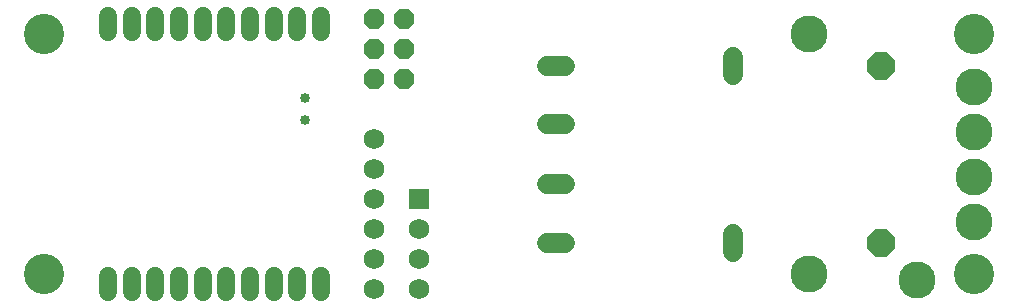
<source format=gbs>
G75*
%MOIN*%
%OFA0B0*%
%FSLAX24Y24*%
%IPPOS*%
%LPD*%
%AMOC8*
5,1,8,0,0,1.08239X$1,22.5*
%
%ADD10C,0.1340*%
%ADD11OC8,0.0680*%
%ADD12C,0.0595*%
%ADD13C,0.0680*%
%ADD14C,0.0336*%
%ADD15C,0.0680*%
%ADD16OC8,0.0930*%
%ADD17R,0.0680X0.0680*%
%ADD18C,0.1230*%
D10*
X001150Y005396D03*
X001150Y013396D03*
X032150Y013396D03*
X032150Y005396D03*
D11*
X013150Y011896D03*
X012150Y011896D03*
X012150Y012896D03*
X013150Y012896D03*
X013150Y013896D03*
X012150Y013896D03*
D12*
X003276Y005323D02*
X003276Y004808D01*
X004063Y004808D02*
X004063Y005323D01*
X004851Y005323D02*
X004851Y004808D01*
X005638Y004808D02*
X005638Y005323D01*
X006426Y005323D02*
X006426Y004808D01*
X007213Y004808D02*
X007213Y005323D01*
X008000Y005323D02*
X008000Y004808D01*
X008788Y004808D02*
X008788Y005323D01*
X009575Y005323D02*
X009575Y004808D01*
X010363Y004808D02*
X010363Y005323D01*
X010363Y013469D02*
X010363Y013984D01*
X009575Y013984D02*
X009575Y013469D01*
X008788Y013469D02*
X008788Y013984D01*
X008000Y013984D02*
X008000Y013469D01*
X007213Y013469D02*
X007213Y013984D01*
X006426Y013984D02*
X006426Y013469D01*
X005638Y013469D02*
X005638Y013984D01*
X004851Y013984D02*
X004851Y013469D01*
X004063Y013469D02*
X004063Y013984D01*
X003276Y013984D02*
X003276Y013469D01*
D13*
X012150Y009896D03*
X012150Y008896D03*
X012150Y007896D03*
X012150Y006896D03*
X013650Y006896D03*
X013650Y005896D03*
X012150Y005896D03*
X012150Y004896D03*
X013650Y004896D03*
D14*
X009850Y010542D03*
X009850Y011250D03*
D15*
X017900Y010386D02*
X018500Y010386D01*
X018500Y012346D02*
X017900Y012346D01*
X024100Y012046D02*
X024100Y012646D01*
X018500Y008406D02*
X017900Y008406D01*
X017900Y006446D02*
X018500Y006446D01*
X024100Y006146D02*
X024100Y006746D01*
D16*
X029050Y006446D03*
X029050Y012346D03*
D17*
X013650Y007896D03*
D18*
X026650Y005396D03*
X030250Y005196D03*
X032150Y007146D03*
X032150Y008646D03*
X032150Y010146D03*
X032150Y011646D03*
X026650Y013396D03*
M02*

</source>
